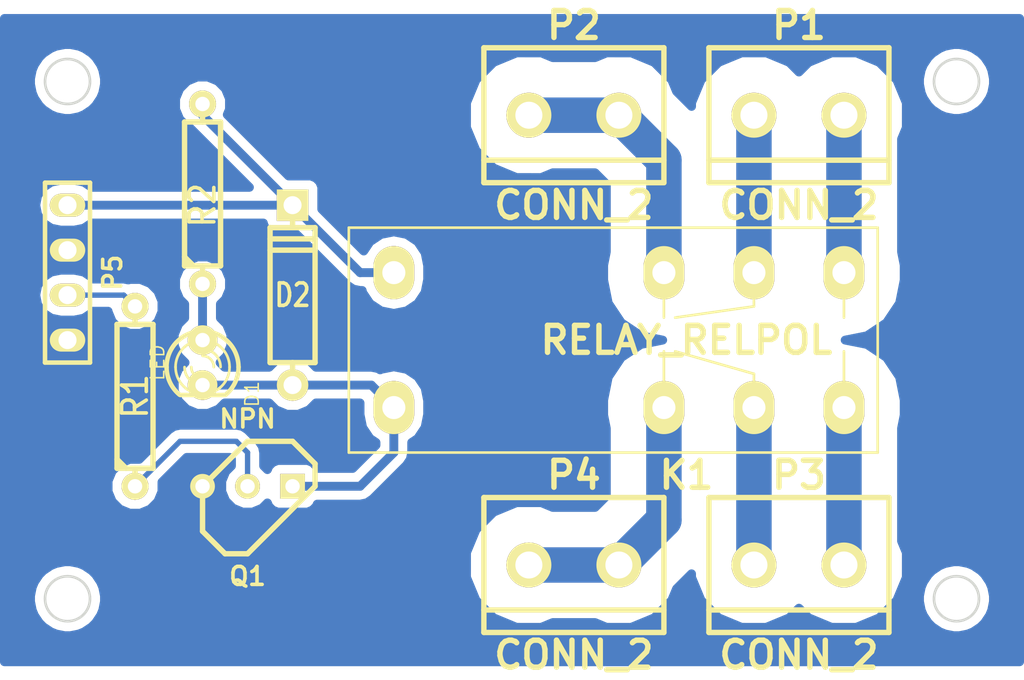
<source format=kicad_pcb>
(kicad_pcb (version 3) (host pcbnew "(22-Jun-2014 BZR 4027)-stable")

  (general
    (links 19)
    (no_connects 0)
    (area 174.5554 99.9556 233.680001 141.3444)
    (thickness 1.6)
    (drawings 4)
    (tracks 28)
    (zones 0)
    (modules 11)
    (nets 13)
  )

  (page A3)
  (layers
    (15 F.Cu signal)
    (0 B.Cu signal)
    (17 F.Adhes user)
    (19 F.Paste user)
    (21 F.SilkS user)
    (23 F.Mask user)
    (28 Edge.Cuts user)
  )

  (setup
    (last_trace_width 0.5)
    (trace_clearance 0.5)
    (zone_clearance 0.508)
    (zone_45_only no)
    (trace_min 0.254)
    (segment_width 0.2)
    (edge_width 0.15)
    (via_size 0.889)
    (via_drill 0.635)
    (via_min_size 0.889)
    (via_min_drill 0.508)
    (uvia_size 0.508)
    (uvia_drill 0.127)
    (uvias_allowed no)
    (uvia_min_size 0.508)
    (uvia_min_drill 0.127)
    (pcb_text_width 0.3)
    (pcb_text_size 1 1)
    (mod_edge_width 0.15)
    (mod_text_size 1 1)
    (mod_text_width 0.15)
    (pad_size 1.3 2)
    (pad_drill 1.016)
    (pad_to_mask_clearance 0.2)
    (solder_mask_min_width 0.3)
    (aux_axis_origin 0 0)
    (visible_elements FFFFFFBF)
    (pcbplotparams
      (layerselection 10485761)
      (usegerberextensions false)
      (excludeedgelayer false)
      (linewidth 0.150000)
      (plotframeref false)
      (viasonmask false)
      (mode 1)
      (useauxorigin false)
      (hpglpennumber 1)
      (hpglpenspeed 20)
      (hpglpendiameter 15)
      (hpglpenoverlay 2)
      (psnegative false)
      (psa4output false)
      (plotreference true)
      (plotvalue true)
      (plotothertext true)
      (plotinvisibletext false)
      (padsonsilk false)
      (subtractmaskfromsilk false)
      (outputformat 5)
      (mirror false)
      (drillshape 1)
      (scaleselection 1)
      (outputdirectory output/))
  )

  (net 0 "")
  (net 1 /5V)
  (net 2 /AGND_L)
  (net 3 /AGND_R)
  (net 4 /EN)
  (net 5 /OUT_L)
  (net 6 /OUT_R)
  (net 7 /SPK_L)
  (net 8 /SPK_R)
  (net 9 GND)
  (net 10 N-0000011)
  (net 11 N-0000012)
  (net 12 N-000006)

  (net_class Default "This is the default net class."
    (clearance 0.5)
    (trace_width 0.5)
    (via_dia 0.889)
    (via_drill 0.635)
    (uvia_dia 0.508)
    (uvia_drill 0.127)
    (add_net "")
    (add_net /5V)
    (add_net GND)
    (add_net N-0000012)
    (add_net N-000006)
  )

  (net_class sig ""
    (clearance 0.3)
    (trace_width 0.3)
    (via_dia 0.889)
    (via_drill 0.635)
    (uvia_dia 0.508)
    (uvia_drill 0.127)
    (add_net /EN)
    (add_net N-0000011)
  )

  (net_class spk ""
    (clearance 2)
    (trace_width 2)
    (via_dia 0.889)
    (via_drill 0.635)
    (uvia_dia 0.508)
    (uvia_drill 0.127)
    (add_net /AGND_L)
    (add_net /AGND_R)
    (add_net /OUT_L)
    (add_net /OUT_R)
    (add_net /SPK_L)
    (add_net /SPK_R)
  )

  (module relay_V23042 (layer F.Cu) (tedit 55893FA7) (tstamp 55892AC1)
    (at 214.63 120.65)
    (descr "relay, V23042 series")
    (path /55892AFF)
    (fp_text reference K1 (at 0 7.62) (layer F.SilkS)
      (effects (font (size 1.524 1.524) (thickness 0.3048)))
    )
    (fp_text value RELAY_RELPOL (at 0 0) (layer F.SilkS)
      (effects (font (size 1.524 1.524) (thickness 0.3048)))
    )
    (fp_line (start 10.795 -6.35) (end 10.795 6.35) (layer F.SilkS) (width 0.15))
    (fp_line (start -19.05 -6.35) (end 10.795 -6.35) (layer F.SilkS) (width 0.15))
    (fp_line (start 10.795 6.35) (end 10.16 6.35) (layer F.SilkS) (width 0.15))
    (fp_line (start -19.05 -6.35) (end -19.05 6.35) (layer F.SilkS) (width 0.15))
    (fp_line (start -19.05 6.35) (end 10.16 6.35) (layer F.SilkS) (width 0.15))
    (fp_line (start 3.81 -2.54) (end 3.81 -1.905) (layer F.SilkS) (width 0.15))
    (fp_line (start 3.81 -1.905) (end -0.635 -1.27) (layer F.SilkS) (width 0.15))
    (fp_line (start 3.81 -3.81) (end 3.81 -2.54) (layer F.SilkS) (width 0.15))
    (fp_line (start 8.89 -3.81) (end 8.89 -1.27) (layer F.SilkS) (width 0.15))
    (fp_line (start -1.27 -3.81) (end -1.27 -1.27) (layer F.SilkS) (width 0.15))
    (fp_line (start 3.81 3.81) (end 3.81 1.905) (layer F.SilkS) (width 0.15))
    (fp_line (start 3.81 1.905) (end -0.635 0.635) (layer F.SilkS) (width 0.15))
    (fp_line (start 8.89 3.81) (end 8.89 0.635) (layer F.SilkS) (width 0.15))
    (fp_line (start -1.27 3.81) (end -1.27 0.635) (layer F.SilkS) (width 0.15))
    (pad 2 thru_hole oval (at -16.51 3.81) (size 2.3 3) (drill 1.3)
      (layers *.Cu *.Mask F.SilkS)
      (net 11 N-0000012)
    )
    (pad 3 thru_hole oval (at -1.27 3.81) (size 2.3 3) (drill 1.3)
      (layers *.Cu *.Mask F.SilkS)
      (net 3 /AGND_R)
    )
    (pad 4 thru_hole oval (at 3.81 3.81) (size 2.3 3) (drill 1.3)
      (layers *.Cu *.Mask F.SilkS)
      (net 8 /SPK_R)
    )
    (pad 5 thru_hole oval (at 8.89 3.81) (size 2.3 3) (drill 1.3)
      (layers *.Cu *.Mask F.SilkS)
      (net 6 /OUT_R)
    )
    (pad 8 thru_hole oval (at 8.89 -3.81) (size 2.3 3) (drill 1.3)
      (layers *.Cu *.Mask F.SilkS)
      (net 5 /OUT_L)
    )
    (pad 7 thru_hole oval (at 3.81 -3.81) (size 2.3 3) (drill 1.3)
      (layers *.Cu *.Mask F.SilkS)
      (net 7 /SPK_L)
    )
    (pad 6 thru_hole oval (at -1.27 -3.81) (size 2.3 3) (drill 1.3)
      (layers *.Cu *.Mask F.SilkS)
      (net 2 /AGND_L)
    )
    (pad 1 thru_hole oval (at -16.51 -3.81) (size 2.3 3) (drill 1.3)
      (layers *.Cu *.Mask F.SilkS)
      (net 1 /5V)
    )
    (model walter/relay/relay_V23042.wrl
      (at (xyz 0 0 0))
      (scale (xyz 1 1 1))
      (rotate (xyz 0 0 0))
    )
  )

  (module TO92-123 (layer F.Cu) (tedit 55892FB5) (tstamp 55892AD0)
    (at 191.135 130.175)
    (descr "Transistor TO92 brochage type BC237")
    (tags "TR TO92")
    (path /55892B24)
    (fp_text reference Q1 (at -1.27 3.81) (layer F.SilkS)
      (effects (font (size 1.016 1.016) (thickness 0.2032)))
    )
    (fp_text value NPN (at -1.27 -5.08) (layer F.SilkS)
      (effects (font (size 1.016 1.016) (thickness 0.2032)))
    )
    (fp_line (start -1.27 2.54) (end 2.54 -1.27) (layer F.SilkS) (width 0.3048))
    (fp_line (start 2.54 -1.27) (end 2.54 -2.54) (layer F.SilkS) (width 0.3048))
    (fp_line (start 2.54 -2.54) (end 1.27 -3.81) (layer F.SilkS) (width 0.3048))
    (fp_line (start 1.27 -3.81) (end -1.27 -3.81) (layer F.SilkS) (width 0.3048))
    (fp_line (start -1.27 -3.81) (end -3.81 -1.27) (layer F.SilkS) (width 0.3048))
    (fp_line (start -3.81 -1.27) (end -3.81 1.27) (layer F.SilkS) (width 0.3048))
    (fp_line (start -3.81 1.27) (end -2.54 2.54) (layer F.SilkS) (width 0.3048))
    (fp_line (start -2.54 2.54) (end -1.27 2.54) (layer F.SilkS) (width 0.3048))
    (pad 3 thru_hole rect (at 1.27 -1.27) (size 1.397 1.397) (drill 0.8128)
      (layers *.Cu *.Mask F.SilkS)
      (net 11 N-0000012)
    )
    (pad 2 thru_hole circle (at -1.27 -1.27) (size 1.397 1.397) (drill 0.8128)
      (layers *.Cu *.Mask F.SilkS)
      (net 10 N-0000011)
    )
    (pad 1 thru_hole circle (at -3.81 -1.27) (size 1.397 1.397) (drill 0.8128)
      (layers *.Cu *.Mask F.SilkS)
      (net 9 GND)
    )
    (model discret/to98.wrl
      (at (xyz 0 0 0))
      (scale (xyz 1 1 1))
      (rotate (xyz 0 0 0))
    )
  )

  (module R4 (layer F.Cu) (tedit 5589354F) (tstamp 55892ADE)
    (at 183.515 123.825 90)
    (descr "Resitance 4 pas")
    (tags R)
    (path /55892B84)
    (autoplace_cost180 10)
    (fp_text reference R1 (at 0 0 90) (layer F.SilkS)
      (effects (font (size 1.397 1.27) (thickness 0.2032)))
    )
    (fp_text value 4.1K (at 0 0 90) (layer F.SilkS) hide
      (effects (font (size 1.397 1.27) (thickness 0.2032)))
    )
    (fp_line (start -5.08 0) (end -4.064 0) (layer F.SilkS) (width 0.3048))
    (fp_line (start -4.064 0) (end -4.064 -1.016) (layer F.SilkS) (width 0.3048))
    (fp_line (start -4.064 -1.016) (end 4.064 -1.016) (layer F.SilkS) (width 0.3048))
    (fp_line (start 4.064 -1.016) (end 4.064 1.016) (layer F.SilkS) (width 0.3048))
    (fp_line (start 4.064 1.016) (end -4.064 1.016) (layer F.SilkS) (width 0.3048))
    (fp_line (start -4.064 1.016) (end -4.064 0) (layer F.SilkS) (width 0.3048))
    (fp_line (start -4.064 -0.508) (end -3.556 -1.016) (layer F.SilkS) (width 0.3048))
    (fp_line (start 5.08 0) (end 4.064 0) (layer F.SilkS) (width 0.3048))
    (pad 1 thru_hole circle (at -5.08 0 90) (size 1.524 1.524) (drill 0.8128)
      (layers *.Cu *.Mask F.SilkS)
      (net 10 N-0000011)
    )
    (pad 2 thru_hole circle (at 5.08 0 90) (size 1.524 1.524) (drill 0.8128)
      (layers *.Cu *.Mask F.SilkS)
      (net 4 /EN)
    )
    (model discret/resistor.wrl
      (at (xyz 0 0 0))
      (scale (xyz 0.4 0.4 0.4))
      (rotate (xyz 0 0 0))
    )
  )

  (module R4 (layer F.Cu) (tedit 55892F86) (tstamp 55892AEC)
    (at 187.325 112.395 90)
    (descr "Resitance 4 pas")
    (tags R)
    (path /55892C7E)
    (autoplace_cost180 10)
    (fp_text reference R2 (at -0.635 0 90) (layer F.SilkS)
      (effects (font (size 1.397 1.27) (thickness 0.2032)))
    )
    (fp_text value 680R (at 0 0 90) (layer F.SilkS) hide
      (effects (font (size 1.397 1.27) (thickness 0.2032)))
    )
    (fp_line (start -5.08 0) (end -4.064 0) (layer F.SilkS) (width 0.3048))
    (fp_line (start -4.064 0) (end -4.064 -1.016) (layer F.SilkS) (width 0.3048))
    (fp_line (start -4.064 -1.016) (end 4.064 -1.016) (layer F.SilkS) (width 0.3048))
    (fp_line (start 4.064 -1.016) (end 4.064 1.016) (layer F.SilkS) (width 0.3048))
    (fp_line (start 4.064 1.016) (end -4.064 1.016) (layer F.SilkS) (width 0.3048))
    (fp_line (start -4.064 1.016) (end -4.064 0) (layer F.SilkS) (width 0.3048))
    (fp_line (start -4.064 -0.508) (end -3.556 -1.016) (layer F.SilkS) (width 0.3048))
    (fp_line (start 5.08 0) (end 4.064 0) (layer F.SilkS) (width 0.3048))
    (pad 1 thru_hole circle (at -5.08 0 90) (size 1.524 1.524) (drill 0.8128)
      (layers *.Cu *.Mask F.SilkS)
      (net 12 N-000006)
    )
    (pad 2 thru_hole circle (at 5.08 0 90) (size 1.524 1.524) (drill 0.8128)
      (layers *.Cu *.Mask F.SilkS)
      (net 1 /5V)
    )
    (model discret/resistor.wrl
      (at (xyz 0 0 0))
      (scale (xyz 0.4 0.4 0.4))
      (rotate (xyz 0 0 0))
    )
  )

  (module LED-3MM (layer F.Cu) (tedit 50ADE848) (tstamp 55892B05)
    (at 187.325 121.92 270)
    (descr "LED 3mm - Lead pitch 100mil (2,54mm)")
    (tags "LED led 3mm 3MM 100mil 2,54mm")
    (path /55892C86)
    (fp_text reference D1 (at 1.778 -2.794 270) (layer F.SilkS)
      (effects (font (size 0.762 0.762) (thickness 0.0889)))
    )
    (fp_text value LED (at 0 2.54 270) (layer F.SilkS)
      (effects (font (size 0.762 0.762) (thickness 0.0889)))
    )
    (fp_line (start 1.8288 1.27) (end 1.8288 -1.27) (layer F.SilkS) (width 0.254))
    (fp_arc (start 0.254 0) (end -1.27 0) (angle 39.8) (layer F.SilkS) (width 0.1524))
    (fp_arc (start 0.254 0) (end -0.88392 1.01092) (angle 41.6) (layer F.SilkS) (width 0.1524))
    (fp_arc (start 0.254 0) (end 1.4097 -0.9906) (angle 40.6) (layer F.SilkS) (width 0.1524))
    (fp_arc (start 0.254 0) (end 1.778 0) (angle 39.8) (layer F.SilkS) (width 0.1524))
    (fp_arc (start 0.254 0) (end 0.254 -1.524) (angle 54.4) (layer F.SilkS) (width 0.1524))
    (fp_arc (start 0.254 0) (end -0.9652 -0.9144) (angle 53.1) (layer F.SilkS) (width 0.1524))
    (fp_arc (start 0.254 0) (end 1.45542 0.93472) (angle 52.1) (layer F.SilkS) (width 0.1524))
    (fp_arc (start 0.254 0) (end 0.254 1.524) (angle 52.1) (layer F.SilkS) (width 0.1524))
    (fp_arc (start 0.254 0) (end -0.381 0) (angle 90) (layer F.SilkS) (width 0.1524))
    (fp_arc (start 0.254 0) (end -0.762 0) (angle 90) (layer F.SilkS) (width 0.1524))
    (fp_arc (start 0.254 0) (end 0.889 0) (angle 90) (layer F.SilkS) (width 0.1524))
    (fp_arc (start 0.254 0) (end 1.27 0) (angle 90) (layer F.SilkS) (width 0.1524))
    (fp_arc (start 0.254 0) (end 0.254 -2.032) (angle 50.1) (layer F.SilkS) (width 0.254))
    (fp_arc (start 0.254 0) (end -1.5367 -0.95504) (angle 61.9) (layer F.SilkS) (width 0.254))
    (fp_arc (start 0.254 0) (end 1.8034 1.31064) (angle 49.7) (layer F.SilkS) (width 0.254))
    (fp_arc (start 0.254 0) (end 0.254 2.032) (angle 60.2) (layer F.SilkS) (width 0.254))
    (fp_arc (start 0.254 0) (end -1.778 0) (angle 28.3) (layer F.SilkS) (width 0.254))
    (fp_arc (start 0.254 0) (end -1.47574 1.06426) (angle 31.6) (layer F.SilkS) (width 0.254))
    (pad 1 thru_hole circle (at -1.27 0 270) (size 1.6764 1.6764) (drill 0.8128)
      (layers *.Cu *.Mask F.SilkS)
      (net 12 N-000006)
    )
    (pad 2 thru_hole circle (at 1.27 0 270) (size 1.6764 1.6764) (drill 0.8128)
      (layers *.Cu *.Mask F.SilkS)
      (net 11 N-0000012)
    )
    (model discret/leds/led3_vertical_verde.wrl
      (at (xyz 0 0 0))
      (scale (xyz 1 1 1))
      (rotate (xyz 0 0 0))
    )
  )

  (module D4 (layer F.Cu) (tedit 55892E94) (tstamp 55892B13)
    (at 192.405 118.11 90)
    (descr "Diode 4 pas")
    (tags "DIODE DEV")
    (path /55892B0E)
    (fp_text reference D2 (at 0 0 180) (layer F.SilkS)
      (effects (font (size 1.27 1.016) (thickness 0.2032)))
    )
    (fp_text value DIODE (at 0 0 90) (layer F.SilkS) hide
      (effects (font (size 1.27 1.016) (thickness 0.2032)))
    )
    (fp_line (start -3.81 -1.27) (end 3.81 -1.27) (layer F.SilkS) (width 0.3048))
    (fp_line (start 3.81 -1.27) (end 3.81 1.27) (layer F.SilkS) (width 0.3048))
    (fp_line (start 3.81 1.27) (end -3.81 1.27) (layer F.SilkS) (width 0.3048))
    (fp_line (start -3.81 1.27) (end -3.81 -1.27) (layer F.SilkS) (width 0.3048))
    (fp_line (start 3.175 -1.27) (end 3.175 1.27) (layer F.SilkS) (width 0.3048))
    (fp_line (start 2.54 1.27) (end 2.54 -1.27) (layer F.SilkS) (width 0.3048))
    (fp_line (start -3.81 0) (end -5.08 0) (layer F.SilkS) (width 0.3048))
    (fp_line (start 3.81 0) (end 5.08 0) (layer F.SilkS) (width 0.3048))
    (pad 1 thru_hole circle (at -5.08 0 90) (size 1.778 1.778) (drill 1.016)
      (layers *.Cu *.Mask F.SilkS)
      (net 11 N-0000012)
    )
    (pad 2 thru_hole rect (at 5.08 0 90) (size 1.778 1.778) (drill 1.016)
      (layers *.Cu *.Mask F.SilkS)
      (net 1 /5V)
    )
    (model discret/diode.wrl
      (at (xyz 0 0 0))
      (scale (xyz 0.4 0.4 0.4))
      (rotate (xyz 0 0 0))
    )
  )

  (module bornier2 (layer F.Cu) (tedit 5589322D) (tstamp 55893124)
    (at 220.98 133.35)
    (descr "Bornier d'alimentation 2 pins")
    (tags DEV)
    (path /5589305B)
    (fp_text reference P3 (at 0 -5.08) (layer F.SilkS)
      (effects (font (size 1.524 1.524) (thickness 0.3048)))
    )
    (fp_text value CONN_2 (at 0 5.08) (layer F.SilkS)
      (effects (font (size 1.524 1.524) (thickness 0.3048)))
    )
    (fp_line (start 5.08 2.54) (end -5.08 2.54) (layer F.SilkS) (width 0.3048))
    (fp_line (start 5.08 3.81) (end 5.08 -3.81) (layer F.SilkS) (width 0.3048))
    (fp_line (start 5.08 -3.81) (end -5.08 -3.81) (layer F.SilkS) (width 0.3048))
    (fp_line (start -5.08 -3.81) (end -5.08 3.81) (layer F.SilkS) (width 0.3048))
    (fp_line (start -5.08 3.81) (end 5.08 3.81) (layer F.SilkS) (width 0.3048))
    (pad 1 thru_hole circle (at -2.54 0) (size 2.54 2.54) (drill 1.524)
      (layers *.Cu *.Mask F.SilkS)
      (net 8 /SPK_R)
    )
    (pad 2 thru_hole circle (at 2.54 0) (size 2.54 2.54) (drill 1.524)
      (layers *.Cu *.Mask F.SilkS)
      (net 6 /OUT_R)
    )
    (model device/bornier_2.wrl
      (at (xyz 0 0 0))
      (scale (xyz 1 1 1))
      (rotate (xyz 0 0 0))
    )
  )

  (module bornier2 (layer F.Cu) (tedit 55893212) (tstamp 5589312F)
    (at 220.98 107.95)
    (descr "Bornier d'alimentation 2 pins")
    (tags DEV)
    (path /55893092)
    (fp_text reference P1 (at 0 -5.08) (layer F.SilkS)
      (effects (font (size 1.524 1.524) (thickness 0.3048)))
    )
    (fp_text value CONN_2 (at 0 5.08) (layer F.SilkS)
      (effects (font (size 1.524 1.524) (thickness 0.3048)))
    )
    (fp_line (start 5.08 2.54) (end -5.08 2.54) (layer F.SilkS) (width 0.3048))
    (fp_line (start 5.08 3.81) (end 5.08 -3.81) (layer F.SilkS) (width 0.3048))
    (fp_line (start 5.08 -3.81) (end -5.08 -3.81) (layer F.SilkS) (width 0.3048))
    (fp_line (start -5.08 -3.81) (end -5.08 3.81) (layer F.SilkS) (width 0.3048))
    (fp_line (start -5.08 3.81) (end 5.08 3.81) (layer F.SilkS) (width 0.3048))
    (pad 1 thru_hole circle (at -2.54 0) (size 2.54 2.54) (drill 1.524)
      (layers *.Cu *.Mask F.SilkS)
      (net 7 /SPK_L)
    )
    (pad 2 thru_hole circle (at 2.54 0) (size 2.54 2.54) (drill 1.524)
      (layers *.Cu *.Mask F.SilkS)
      (net 5 /OUT_L)
    )
    (model device/bornier_2.wrl
      (at (xyz 0 0 0))
      (scale (xyz 1 1 1))
      (rotate (xyz 0 0 0))
    )
  )

  (module bornier2 (layer F.Cu) (tedit 5589325F) (tstamp 5589313A)
    (at 208.28 107.95)
    (descr "Bornier d'alimentation 2 pins")
    (tags DEV)
    (path /5589309C)
    (fp_text reference P2 (at 0 -5.08) (layer F.SilkS)
      (effects (font (size 1.524 1.524) (thickness 0.3048)))
    )
    (fp_text value CONN_2 (at 0 5.08) (layer F.SilkS)
      (effects (font (size 1.524 1.524) (thickness 0.3048)))
    )
    (fp_line (start 5.08 2.54) (end -5.08 2.54) (layer F.SilkS) (width 0.3048))
    (fp_line (start 5.08 3.81) (end 5.08 -3.81) (layer F.SilkS) (width 0.3048))
    (fp_line (start 5.08 -3.81) (end -5.08 -3.81) (layer F.SilkS) (width 0.3048))
    (fp_line (start -5.08 -3.81) (end -5.08 3.81) (layer F.SilkS) (width 0.3048))
    (fp_line (start -5.08 3.81) (end 5.08 3.81) (layer F.SilkS) (width 0.3048))
    (pad 1 thru_hole circle (at -2.54 0) (size 2.54 2.54) (drill 1.524)
      (layers *.Cu *.Mask F.SilkS)
      (net 2 /AGND_L)
    )
    (pad 2 thru_hole circle (at 2.54 0) (size 2.54 2.54) (drill 1.524)
      (layers *.Cu *.Mask F.SilkS)
      (net 2 /AGND_L)
    )
    (model device/bornier_2.wrl
      (at (xyz 0 0 0))
      (scale (xyz 1 1 1))
      (rotate (xyz 0 0 0))
    )
  )

  (module bornier2 (layer F.Cu) (tedit 5589325B) (tstamp 55893145)
    (at 208.28 133.35)
    (descr "Bornier d'alimentation 2 pins")
    (tags DEV)
    (path /558930A2)
    (fp_text reference P4 (at 0 -5.08) (layer F.SilkS)
      (effects (font (size 1.524 1.524) (thickness 0.3048)))
    )
    (fp_text value CONN_2 (at 0 5.08) (layer F.SilkS)
      (effects (font (size 1.524 1.524) (thickness 0.3048)))
    )
    (fp_line (start 5.08 2.54) (end -5.08 2.54) (layer F.SilkS) (width 0.3048))
    (fp_line (start 5.08 3.81) (end 5.08 -3.81) (layer F.SilkS) (width 0.3048))
    (fp_line (start 5.08 -3.81) (end -5.08 -3.81) (layer F.SilkS) (width 0.3048))
    (fp_line (start -5.08 -3.81) (end -5.08 3.81) (layer F.SilkS) (width 0.3048))
    (fp_line (start -5.08 3.81) (end 5.08 3.81) (layer F.SilkS) (width 0.3048))
    (pad 1 thru_hole circle (at -2.54 0) (size 2.54 2.54) (drill 1.524)
      (layers *.Cu *.Mask F.SilkS)
      (net 3 /AGND_R)
    )
    (pad 2 thru_hole circle (at 2.54 0) (size 2.54 2.54) (drill 1.524)
      (layers *.Cu *.Mask F.SilkS)
      (net 3 /AGND_R)
    )
    (model device/bornier_2.wrl
      (at (xyz 0 0 0))
      (scale (xyz 1 1 1))
      (rotate (xyz 0 0 0))
    )
  )

  (module PIN_ARRAY_4x1 (layer F.Cu) (tedit 56177826) (tstamp 5617771A)
    (at 179.705 116.84 270)
    (descr "Double rangee de contacts 2 x 5 pins")
    (tags CONN)
    (path /56177732)
    (fp_text reference P5 (at 0 -2.54 270) (layer F.SilkS)
      (effects (font (size 1.016 1.016) (thickness 0.2032)))
    )
    (fp_text value CONN_4 (at 0 2.54 270) (layer F.SilkS) hide
      (effects (font (size 1.016 1.016) (thickness 0.2032)))
    )
    (fp_line (start 5.08 1.27) (end -5.08 1.27) (layer F.SilkS) (width 0.254))
    (fp_line (start 5.08 -1.27) (end -5.08 -1.27) (layer F.SilkS) (width 0.254))
    (fp_line (start -5.08 -1.27) (end -5.08 1.27) (layer F.SilkS) (width 0.254))
    (fp_line (start 5.08 1.27) (end 5.08 -1.27) (layer F.SilkS) (width 0.254))
    (pad 1 thru_hole oval (at -3.81 0 270) (size 1.3 2) (drill 1.016)
      (layers *.Cu *.Mask F.SilkS)
      (net 1 /5V)
    )
    (pad 2 thru_hole oval (at -1.27 0 270) (size 1.3 2) (drill 1.016)
      (layers *.Cu *.Mask F.SilkS)
      (net 9 GND)
    )
    (pad 3 thru_hole oval (at 1.27 0 270) (size 1.3 2) (drill 1.016)
      (layers *.Cu *.Mask F.SilkS)
      (net 4 /EN)
    )
    (pad 4 thru_hole oval (at 3.81 0 270) (size 1.3 2) (drill 1.016)
      (layers *.Cu *.Mask F.SilkS)
      (net 9 GND)
    )
    (model pin_array\pins_array_4x1.wrl
      (at (xyz 0 0 0))
      (scale (xyz 1 1 1))
      (rotate (xyz 0 0 0))
    )
  )

  (gr_circle (center 179.705 135.255) (end 180.975 135.255) (layer Edge.Cuts) (width 0.15))
  (gr_circle (center 179.705 106.045) (end 180.975 106.045) (layer Edge.Cuts) (width 0.15))
  (gr_circle (center 229.87 135.255) (end 231.14 135.255) (layer Edge.Cuts) (width 0.15))
  (gr_circle (center 229.87 106.045) (end 231.14 106.045) (layer Edge.Cuts) (width 0.15))

  (segment (start 179.705 113.03) (end 192.405 113.03) (width 0.5) (layer B.Cu) (net 1))
  (segment (start 192.405 113.03) (end 187.325 107.95) (width 0.5) (layer B.Cu) (net 1))
  (segment (start 187.325 107.95) (end 187.325 107.315) (width 0.5) (layer B.Cu) (net 1) (tstamp 5589378B))
  (segment (start 192.405 113.03) (end 196.215 116.84) (width 0.5) (layer B.Cu) (net 1))
  (segment (start 196.215 116.84) (end 198.12 116.84) (width 0.5) (layer B.Cu) (net 1) (tstamp 55893787))
  (segment (start 213.36 116.84) (end 213.36 110.49) (width 2) (layer B.Cu) (net 2))
  (segment (start 213.36 110.49) (end 210.82 107.95) (width 2) (layer B.Cu) (net 2) (tstamp 55893484))
  (segment (start 205.74 107.95) (end 210.82 107.95) (width 2) (layer B.Cu) (net 2) (tstamp 55893471))
  (segment (start 213.36 124.46) (end 213.36 130.81) (width 2) (layer B.Cu) (net 3))
  (segment (start 213.36 130.81) (end 210.82 133.35) (width 2) (layer B.Cu) (net 3) (tstamp 5589347F))
  (segment (start 210.82 133.35) (end 205.74 133.35) (width 2) (layer B.Cu) (net 3) (tstamp 55893480))
  (segment (start 179.705 118.11) (end 182.88 118.11) (width 0.3) (layer B.Cu) (net 4) (status 400000))
  (segment (start 182.88 118.11) (end 183.515 118.745) (width 0.3) (layer B.Cu) (net 4) (tstamp 561777F6) (status 800000))
  (segment (start 223.52 116.84) (end 223.52 107.95) (width 2) (layer B.Cu) (net 5))
  (segment (start 223.52 124.46) (end 223.52 133.35) (width 2) (layer B.Cu) (net 6))
  (segment (start 218.44 116.84) (end 218.44 107.95) (width 2) (layer B.Cu) (net 7))
  (segment (start 218.44 133.35) (end 218.44 124.46) (width 2) (layer B.Cu) (net 8))
  (segment (start 183.515 128.905) (end 186.055 126.365) (width 0.3) (layer B.Cu) (net 10) (status 400000))
  (segment (start 189.865 127) (end 189.865 128.905) (width 0.3) (layer B.Cu) (net 10) (tstamp 561777FD) (status 800000))
  (segment (start 189.23 126.365) (end 189.865 127) (width 0.3) (layer B.Cu) (net 10) (tstamp 561777FC))
  (segment (start 186.055 126.365) (end 189.23 126.365) (width 0.3) (layer B.Cu) (net 10) (tstamp 561777FB))
  (segment (start 198.12 124.46) (end 198.12 127) (width 0.5) (layer B.Cu) (net 11))
  (segment (start 196.215 128.905) (end 192.405 128.905) (width 0.5) (layer B.Cu) (net 11) (tstamp 5617775A))
  (segment (start 198.12 127) (end 196.215 128.905) (width 0.5) (layer B.Cu) (net 11) (tstamp 56177759))
  (segment (start 192.405 123.19) (end 196.85 123.19) (width 0.5) (layer B.Cu) (net 11))
  (segment (start 196.85 123.19) (end 198.12 124.46) (width 0.5) (layer B.Cu) (net 11) (tstamp 5589363D))
  (segment (start 187.325 123.19) (end 192.405 123.19) (width 0.5) (layer B.Cu) (net 11))
  (segment (start 187.325 120.65) (end 187.325 117.475) (width 0.5) (layer B.Cu) (net 12))

  (zone (net 9) (net_name GND) (layer B.Cu) (tstamp 5589338C) (hatch edge 0.508)
    (connect_pads yes (clearance 0.508))
    (min_thickness 0.5)
    (fill (arc_segments 16) (thermal_gap 0.508) (thermal_bridge_width 0.508))
    (polygon
      (pts
        (xy 233.68 139.065) (xy 175.895 139.065) (xy 175.895 102.235) (xy 233.68 102.235)
      )
    )
    (filled_polygon
      (pts
        (xy 233.43 138.815) (xy 231.956711 138.815) (xy 231.956711 135.416713) (xy 231.95657 135.255) (xy 231.956711 135.093287)
        (xy 231.956711 106.206713) (xy 231.95657 106.045) (xy 231.956711 105.883287) (xy 231.956428 105.881858) (xy 231.956428 105.881693)
        (xy 231.956365 105.881542) (xy 231.860463 105.397195) (xy 231.736345 105.096807) (xy 231.73478 105.095239) (xy 231.461262 104.685116)
        (xy 231.460475 104.68322) (xy 231.230451 104.453597) (xy 230.819725 104.179677) (xy 230.818277 104.178231) (xy 230.517889 104.054113)
        (xy 230.031797 103.957864) (xy 229.706777 103.958148) (xy 229.704751 103.958989) (xy 229.222195 104.054537) (xy 228.921807 104.178655)
        (xy 228.920239 104.180219) (xy 228.510116 104.453737) (xy 228.50822 104.454525) (xy 228.278597 104.684549) (xy 228.004677 105.095274)
        (xy 228.003231 105.096723) (xy 227.879113 105.397111) (xy 227.782864 105.883203) (xy 227.783005 106.045) (xy 227.782864 106.206797)
        (xy 227.879113 106.692889) (xy 228.003231 106.993277) (xy 228.004677 106.994725) (xy 228.278597 107.405451) (xy 228.50822 107.635475)
        (xy 228.510116 107.636262) (xy 228.920239 107.90978) (xy 228.921807 107.911345) (xy 229.222195 108.035463) (xy 229.704751 108.13101)
        (xy 229.706777 108.131852) (xy 230.031797 108.132136) (xy 230.517889 108.035887) (xy 230.818277 107.911769) (xy 230.819725 107.910322)
        (xy 231.230451 107.636403) (xy 231.460475 107.40678) (xy 231.461262 107.404883) (xy 231.73478 106.99476) (xy 231.736345 106.993193)
        (xy 231.860463 106.692805) (xy 231.956365 106.208457) (xy 231.956428 106.208307) (xy 231.956428 106.208141) (xy 231.956711 106.206713)
        (xy 231.956711 135.093287) (xy 231.956428 135.091858) (xy 231.956428 135.091693) (xy 231.956365 135.091542) (xy 231.860463 134.607195)
        (xy 231.736345 134.306807) (xy 231.73478 134.305239) (xy 231.461262 133.895116) (xy 231.460475 133.89322) (xy 231.230451 133.663597)
        (xy 230.819725 133.389677) (xy 230.818277 133.388231) (xy 230.517889 133.264113) (xy 230.031797 133.167864) (xy 229.706777 133.168148)
        (xy 229.704751 133.168989) (xy 229.222195 133.264537) (xy 228.921807 133.388655) (xy 228.920239 133.390219) (xy 228.510116 133.663737)
        (xy 228.50822 133.664525) (xy 228.278597 133.894549) (xy 228.004677 134.305274) (xy 228.003231 134.306723) (xy 227.879113 134.607111)
        (xy 227.782864 135.093203) (xy 227.783005 135.255) (xy 227.782864 135.416797) (xy 227.879113 135.902889) (xy 228.003231 136.203277)
        (xy 228.004677 136.204725) (xy 228.278597 136.615451) (xy 228.50822 136.845475) (xy 228.510116 136.846262) (xy 228.920239 137.11978)
        (xy 228.921807 137.121345) (xy 229.222195 137.245463) (xy 229.704751 137.34101) (xy 229.706777 137.341852) (xy 230.031797 137.342136)
        (xy 230.517889 137.245887) (xy 230.818277 137.121769) (xy 230.819725 137.120322) (xy 231.230451 136.846403) (xy 231.460475 136.61678)
        (xy 231.461262 136.614883) (xy 231.73478 136.20476) (xy 231.736345 136.203193) (xy 231.860463 135.902805) (xy 231.956365 135.418457)
        (xy 231.956428 135.418307) (xy 231.956428 135.418141) (xy 231.956711 135.416713) (xy 231.956711 138.815) (xy 227.040609 138.815)
        (xy 227.040609 132.652901) (xy 226.77 131.997977) (xy 226.77 125.637565) (xy 226.92 124.883466) (xy 226.92 124.036534)
        (xy 226.66119 122.73541) (xy 225.924163 121.632371) (xy 224.821124 120.895344) (xy 223.587698 120.65) (xy 224.821124 120.404656)
        (xy 225.924163 119.667629) (xy 226.66119 118.56459) (xy 226.92 117.263466) (xy 226.92 116.416534) (xy 226.77 115.662434)
        (xy 226.77 109.301998) (xy 227.039387 108.653243) (xy 227.040609 107.252901) (xy 226.50585 105.958686) (xy 225.516523 104.96763)
        (xy 224.223243 104.430613) (xy 222.822901 104.429391) (xy 221.528686 104.96415) (xy 220.97991 105.511967) (xy 220.436523 104.96763)
        (xy 219.143243 104.430613) (xy 217.742901 104.429391) (xy 216.448686 104.96415) (xy 215.45763 105.953477) (xy 214.920613 107.246757)
        (xy 214.920431 107.454237) (xy 214.074104 106.60791) (xy 213.80585 105.958686) (xy 212.816523 104.96763) (xy 211.523243 104.430613)
        (xy 210.122901 104.429391) (xy 209.467977 104.7) (xy 207.091998 104.7) (xy 206.443243 104.430613) (xy 205.042901 104.429391)
        (xy 203.748686 104.96415) (xy 202.75763 105.953477) (xy 202.220613 107.246757) (xy 202.219391 108.647099) (xy 202.75415 109.941314)
        (xy 203.743477 110.93237) (xy 205.036757 111.469387) (xy 206.437099 111.470609) (xy 207.092022 111.2) (xy 209.468001 111.2)
        (xy 209.477927 111.204121) (xy 210.11 111.836194) (xy 210.11 115.662434) (xy 209.96 116.416534) (xy 209.96 117.263466)
        (xy 210.21881 118.56459) (xy 210.955837 119.667629) (xy 212.058876 120.404656) (xy 213.292301 120.65) (xy 212.058876 120.895344)
        (xy 210.955837 121.632371) (xy 210.21881 122.73541) (xy 209.96 124.036534) (xy 209.96 124.883466) (xy 210.11 125.637565)
        (xy 210.11 129.463806) (xy 209.47791 130.095895) (xy 209.467977 130.1) (xy 207.091998 130.1) (xy 206.443243 129.830613)
        (xy 205.042901 129.829391) (xy 203.748686 130.36415) (xy 202.75763 131.353477) (xy 202.220613 132.646757) (xy 202.219391 134.047099)
        (xy 202.75415 135.341314) (xy 203.743477 136.33237) (xy 205.036757 136.869387) (xy 206.437099 136.870609) (xy 207.092022 136.6)
        (xy 209.468001 136.6) (xy 210.116757 136.869387) (xy 211.517099 136.870609) (xy 212.811314 136.33585) (xy 213.80237 135.346523)
        (xy 214.074121 134.692072) (xy 214.919565 133.846628) (xy 214.919391 134.047099) (xy 215.45415 135.341314) (xy 216.443477 136.33237)
        (xy 217.736757 136.869387) (xy 219.137099 136.870609) (xy 220.431314 136.33585) (xy 220.980089 135.788032) (xy 221.523477 136.33237)
        (xy 222.816757 136.869387) (xy 224.217099 136.870609) (xy 225.511314 136.33585) (xy 226.50237 135.346523) (xy 227.039387 134.053243)
        (xy 227.040609 132.652901) (xy 227.040609 138.815) (xy 200.028 138.815) (xy 200.028 124.854236) (xy 200.028 124.065764)
        (xy 200.028 117.234236) (xy 200.028 116.445764) (xy 199.882762 115.715604) (xy 199.46916 115.096604) (xy 198.85016 114.683002)
        (xy 198.12 114.537764) (xy 197.38984 114.683002) (xy 196.77084 115.096604) (xy 196.420881 115.620354) (xy 194.052131 113.251603)
        (xy 194.052131 111.990886) (xy 193.936976 111.712189) (xy 193.723933 111.498774) (xy 193.445437 111.383132) (xy 193.143886 111.382869)
        (xy 192.183396 111.382869) (xy 188.719881 107.919353) (xy 188.844735 107.618673) (xy 188.845263 107.01398) (xy 188.614344 106.455114)
        (xy 188.187135 106.027159) (xy 187.628673 105.795265) (xy 187.02398 105.794737) (xy 186.465114 106.025656) (xy 186.037159 106.452865)
        (xy 185.805265 107.011327) (xy 185.804737 107.61602) (xy 186.035656 108.174886) (xy 186.462865 108.602841) (xy 186.615829 108.666357)
        (xy 189.971472 112.022) (xy 181.791711 112.022) (xy 181.791711 106.206713) (xy 181.79157 106.045) (xy 181.791711 105.883287)
        (xy 181.791428 105.881858) (xy 181.791428 105.881693) (xy 181.791365 105.881542) (xy 181.695463 105.397195) (xy 181.571345 105.096807)
        (xy 181.56978 105.095239) (xy 181.296262 104.685116) (xy 181.295475 104.68322) (xy 181.065451 104.453597) (xy 180.654725 104.179677)
        (xy 180.653277 104.178231) (xy 180.352889 104.054113) (xy 179.866797 103.957864) (xy 179.541777 103.958148) (xy 179.539751 103.958989)
        (xy 179.057195 104.054537) (xy 178.756807 104.178655) (xy 178.755239 104.180219) (xy 178.345116 104.453737) (xy 178.34322 104.454525)
        (xy 178.113597 104.684549) (xy 177.839677 105.095274) (xy 177.838231 105.096723) (xy 177.714113 105.397111) (xy 177.617864 105.883203)
        (xy 177.618005 106.045) (xy 177.617864 106.206797) (xy 177.714113 106.692889) (xy 177.838231 106.993277) (xy 177.839677 106.994725)
        (xy 178.113597 107.405451) (xy 178.34322 107.635475) (xy 178.345116 107.636262) (xy 178.755239 107.90978) (xy 178.756807 107.911345)
        (xy 179.057195 108.035463) (xy 179.539751 108.13101) (xy 179.541777 108.131852) (xy 179.866797 108.132136) (xy 180.352889 108.035887)
        (xy 180.653277 107.911769) (xy 180.654725 107.910322) (xy 181.065451 107.636403) (xy 181.295475 107.40678) (xy 181.296262 107.404883)
        (xy 181.56978 106.99476) (xy 181.571345 106.993193) (xy 181.695463 106.692805) (xy 181.791365 106.208457) (xy 181.791428 106.208307)
        (xy 181.791428 106.208141) (xy 181.791711 106.206713) (xy 181.791711 112.022) (xy 181.066498 112.022) (xy 180.628259 111.729178)
        (xy 180.089441 111.622) (xy 179.320559 111.622) (xy 178.781741 111.729178) (xy 178.324953 112.034394) (xy 178.019737 112.491182)
        (xy 177.912559 113.03) (xy 178.019737 113.568818) (xy 178.324953 114.025606) (xy 178.781741 114.330822) (xy 179.320559 114.438)
        (xy 180.089441 114.438) (xy 180.628259 114.330822) (xy 181.066498 114.038) (xy 190.757869 114.038) (xy 190.757869 114.069114)
        (xy 190.873024 114.347811) (xy 191.086067 114.561226) (xy 191.364563 114.676868) (xy 191.666114 114.677131) (xy 192.626603 114.677131)
        (xy 195.502233 117.55276) (xy 195.502236 117.552764) (xy 195.829254 117.77127) (xy 195.829255 117.771271) (xy 196.215 117.848)
        (xy 196.334085 117.848) (xy 196.357238 117.964396) (xy 196.77084 118.583396) (xy 197.38984 118.996998) (xy 198.12 119.142236)
        (xy 198.85016 118.996998) (xy 199.46916 118.583396) (xy 199.882762 117.964396) (xy 200.028 117.234236) (xy 200.028 124.065764)
        (xy 199.882762 123.335604) (xy 199.46916 122.716604) (xy 198.85016 122.303002) (xy 198.12 122.157764) (xy 197.38984 122.303002)
        (xy 197.345922 122.332346) (xy 197.235745 122.258729) (xy 196.85 122.181999) (xy 196.849994 122.182) (xy 193.725936 122.182)
        (xy 193.339168 121.794556) (xy 192.734046 121.543287) (xy 192.078829 121.542715) (xy 191.473269 121.792928) (xy 191.083517 122.182)
        (xy 188.574157 122.182) (xy 188.312367 121.919753) (xy 188.677403 121.555355) (xy 188.920922 120.968897) (xy 188.921476 120.333889)
        (xy 188.678981 119.747007) (xy 188.333 119.400421) (xy 188.333 118.616488) (xy 188.612841 118.337135) (xy 188.844735 117.778673)
        (xy 188.845263 117.17398) (xy 188.614344 116.615114) (xy 188.187135 116.187159) (xy 187.628673 115.955265) (xy 187.02398 115.954737)
        (xy 186.465114 116.185656) (xy 186.037159 116.612865) (xy 185.805265 117.171327) (xy 185.804737 117.77602) (xy 186.035656 118.334886)
        (xy 186.317 118.616721) (xy 186.317 119.400842) (xy 185.972597 119.744645) (xy 185.729078 120.331103) (xy 185.728524 120.966111)
        (xy 185.971019 121.552993) (xy 186.337632 121.920246) (xy 185.972597 122.284645) (xy 185.729078 122.871103) (xy 185.728524 123.506111)
        (xy 185.971019 124.092993) (xy 186.419645 124.542403) (xy 187.006103 124.785922) (xy 187.641111 124.786476) (xy 188.227993 124.543981)
        (xy 188.574578 124.198) (xy 191.084063 124.198) (xy 191.470832 124.585444) (xy 192.075954 124.836713) (xy 192.731171 124.837285)
        (xy 193.336731 124.587072) (xy 193.726482 124.198) (xy 196.212 124.198) (xy 196.212 124.854236) (xy 196.357238 125.584396)
        (xy 196.77084 126.203396) (xy 197.112 126.431351) (xy 197.112 126.582472) (xy 195.797472 127.897) (xy 193.795774 127.897)
        (xy 193.746476 127.777689) (xy 193.533433 127.564274) (xy 193.254937 127.448632) (xy 192.953386 127.448369) (xy 191.556386 127.448369)
        (xy 191.277689 127.563524) (xy 191.064274 127.776567) (xy 190.985622 127.965979) (xy 190.773 127.752985) (xy 190.773 127)
        (xy 190.703883 126.652523) (xy 190.507053 126.357947) (xy 189.872053 125.722947) (xy 189.577477 125.526117) (xy 189.23 125.457)
        (xy 186.055 125.457) (xy 185.707523 125.526117) (xy 185.412947 125.722947) (xy 185.035263 126.10063) (xy 185.035263 118.44398)
        (xy 184.804344 117.885114) (xy 184.377135 117.457159) (xy 183.818673 117.225265) (xy 183.21398 117.224737) (xy 183.142594 117.254232)
        (xy 182.88 117.202) (xy 181.143583 117.202) (xy 181.085047 117.114394) (xy 180.628259 116.809178) (xy 180.089441 116.702)
        (xy 179.320559 116.702) (xy 178.781741 116.809178) (xy 178.324953 117.114394) (xy 178.019737 117.571182) (xy 177.912559 118.11)
        (xy 178.019737 118.648818) (xy 178.324953 119.105606) (xy 178.781741 119.410822) (xy 179.320559 119.518) (xy 180.089441 119.518)
        (xy 180.628259 119.410822) (xy 181.085047 119.105606) (xy 181.143583 119.018) (xy 181.994761 119.018) (xy 181.994737 119.04602)
        (xy 182.225656 119.604886) (xy 182.652865 120.032841) (xy 183.211327 120.264735) (xy 183.81602 120.265263) (xy 184.374886 120.034344)
        (xy 184.802841 119.607135) (xy 185.034735 119.048673) (xy 185.035263 118.44398) (xy 185.035263 126.10063) (xy 183.750688 127.385205)
        (xy 183.21398 127.384737) (xy 182.655114 127.615656) (xy 182.227159 128.042865) (xy 181.995265 128.601327) (xy 181.994737 129.20602)
        (xy 182.225656 129.764886) (xy 182.652865 130.192841) (xy 183.211327 130.424735) (xy 183.81602 130.425263) (xy 184.374886 130.194344)
        (xy 184.802841 129.767135) (xy 185.034735 129.208673) (xy 185.035206 128.668899) (xy 186.431106 127.273) (xy 188.853894 127.273)
        (xy 188.957 127.376106) (xy 188.957 127.75341) (xy 188.63096 128.078882) (xy 188.408754 128.614013) (xy 188.408248 129.193445)
        (xy 188.62952 129.728963) (xy 189.038882 130.13904) (xy 189.574013 130.361246) (xy 190.153445 130.361752) (xy 190.688963 130.14048)
        (xy 190.985787 129.844173) (xy 191.063524 130.032311) (xy 191.276567 130.245726) (xy 191.555063 130.361368) (xy 191.856614 130.361631)
        (xy 193.253614 130.361631) (xy 193.532311 130.246476) (xy 193.745726 130.033433) (xy 193.795734 129.913) (xy 196.214994 129.913)
        (xy 196.215 129.913001) (xy 196.215 129.913) (xy 196.600745 129.836271) (xy 196.927764 129.617764) (xy 198.83276 127.712766)
        (xy 198.832763 127.712764) (xy 198.832764 127.712764) (xy 199.05127 127.385746) (xy 199.051271 127.385745) (xy 199.112737 127.07673)
        (xy 199.128 127.000001) (xy 199.127999 127) (xy 199.128 127) (xy 199.128 126.431351) (xy 199.46916 126.203396)
        (xy 199.882762 125.584396) (xy 200.028 124.854236) (xy 200.028 138.815) (xy 181.791711 138.815) (xy 181.791711 135.416713)
        (xy 181.79157 135.255) (xy 181.791711 135.093287) (xy 181.791428 135.091858) (xy 181.791428 135.091693) (xy 181.791365 135.091542)
        (xy 181.695463 134.607195) (xy 181.571345 134.306807) (xy 181.56978 134.305239) (xy 181.296262 133.895116) (xy 181.295475 133.89322)
        (xy 181.065451 133.663597) (xy 180.654725 133.389677) (xy 180.653277 133.388231) (xy 180.352889 133.264113) (xy 179.866797 133.167864)
        (xy 179.541777 133.168148) (xy 179.539751 133.168989) (xy 179.057195 133.264537) (xy 178.756807 133.388655) (xy 178.755239 133.390219)
        (xy 178.345116 133.663737) (xy 178.34322 133.664525) (xy 178.113597 133.894549) (xy 177.839677 134.305274) (xy 177.838231 134.306723)
        (xy 177.714113 134.607111) (xy 177.617864 135.093203) (xy 177.618005 135.255) (xy 177.617864 135.416797) (xy 177.714113 135.902889)
        (xy 177.838231 136.203277) (xy 177.839677 136.204725) (xy 178.113597 136.615451) (xy 178.34322 136.845475) (xy 178.345116 136.846262)
        (xy 178.755239 137.11978) (xy 178.756807 137.121345) (xy 179.057195 137.245463) (xy 179.539751 137.34101) (xy 179.541777 137.341852)
        (xy 179.866797 137.342136) (xy 180.352889 137.245887) (xy 180.653277 137.121769) (xy 180.654725 137.120322) (xy 181.065451 136.846403)
        (xy 181.295475 136.61678) (xy 181.296262 136.614883) (xy 181.56978 136.20476) (xy 181.571345 136.203193) (xy 181.695463 135.902805)
        (xy 181.791365 135.418457) (xy 181.791428 135.418307) (xy 181.791428 135.418141) (xy 181.791711 135.416713) (xy 181.791711 138.815)
        (xy 176.145 138.815) (xy 176.145 102.485) (xy 233.43 102.485) (xy 233.43 138.815)
      )
    )
  )
)

</source>
